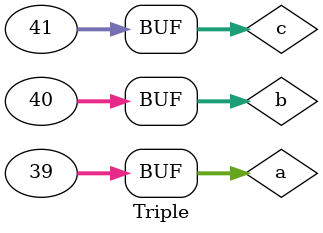
<source format=sv>
module Triple;
  integer a, b, c;
  initial
    for (c = 1 ; c < 41 ; c++)
      for (b = 1 ; b < c ; b++)
        for (a = 1 ; a < b ; a++)
          if (a * a + b * b == c * c)
            $display("%0d, %0d, %0d", a, b, c);
endmodule
</source>
